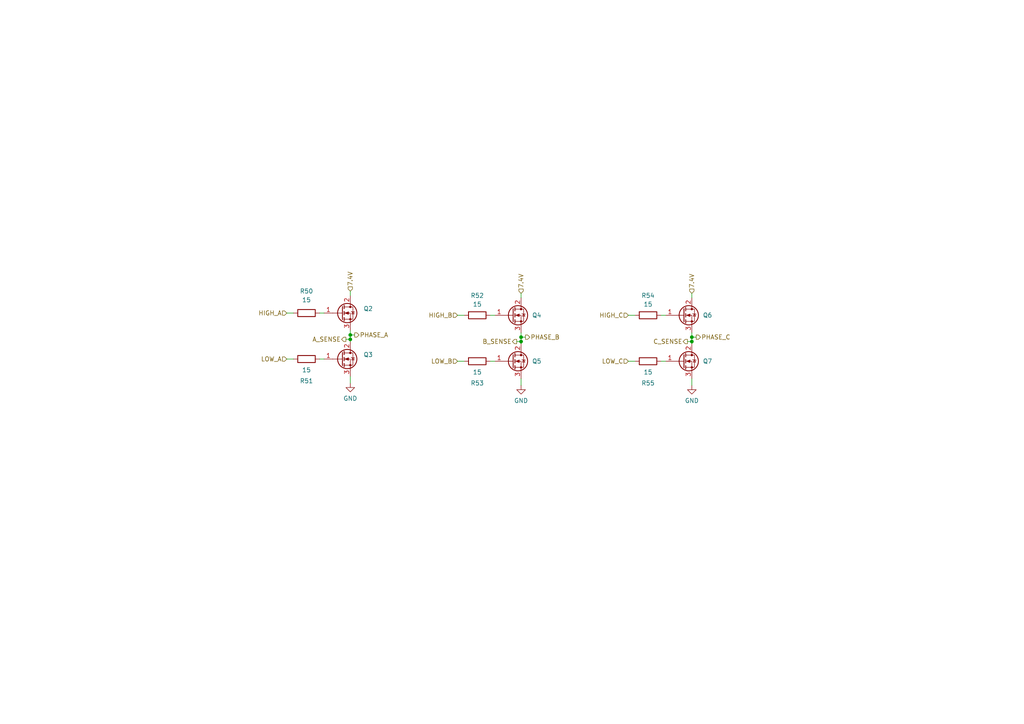
<source format=kicad_sch>
(kicad_sch (version 20230121) (generator eeschema)
  (paper "A4")
  (lib_symbols
    (symbol "Device:Q_NMOS_GDS" (pin_names (offset 0) hide)
      (property "Reference" "Q" (at 5.08 1.27 0))
      (property "Value" "Q_NMOS_GDS" (at 5.08 -1.27 0))
      (symbol "Q_NMOS_GDS_0_1"
        (polyline (pts (xy 0.254 0) (xy -2.54 0)))
        (polyline (pts (xy 0.254 1.905) (xy 0.254 -1.905)) (stroke (width 0.254)))
        (polyline (pts (xy 0.762 -1.27) (xy 0.762 -2.286)) (stroke (width 0.254)))
        (polyline (pts (xy 0.762 0.508) (xy 0.762 -0.508)) (stroke (width 0.254)))
        (polyline (pts (xy 0.762 2.286) (xy 0.762 1.27)) (stroke (width 0.254)))
        (polyline (pts (xy 2.54 2.54) (xy 2.54 1.778)))
        (polyline (pts (xy 2.54 -2.54) (xy 2.54 0) (xy 0.762 0)))
        (polyline (pts (xy 0.762 -1.778) (xy 3.302 -1.778) (xy 3.302 1.778) (xy 0.762 1.778)))
        (polyline (pts (xy 1.016 0) (xy 2.032 0.381) (xy 2.032 -0.381) (xy 1.016 0)) (fill (type outline)))
        (polyline (pts (xy 2.794 0.508) (xy 2.921 0.381) (xy 3.683 0.381) (xy 3.81 0.254)))
        (polyline (pts (xy 3.302 0.381) (xy 2.921 -0.254) (xy 3.683 -0.254) (xy 3.302 0.381)))
        (circle (center 1.651 0) (radius 2.794) (stroke (width 0.254)))
        (circle (center 2.54 -1.778) (radius 0.254) (fill (type outline)))
        (circle (center 2.54 1.778) (radius 0.254) (fill (type outline)))
      )
      (symbol "Q_NMOS_GDS_1_1"
        (pin input line (at -5.08 0 0) (length 2.54) (name "G") (number "1"))
        (pin passive line (at 2.54 5.08 270) (length 2.54) (name "D") (number "2"))
        (pin passive line (at 2.54 -5.08 90) (length 2.54) (name "S") (number "3"))
      )
    )
    (symbol "Device:R" (pin_numbers hide) (pin_names (offset 0))
      (property "Reference" "R" (at 2.032 0 90))
      (property "Value" "R" (at 0 0 90))
      (symbol "R_0_1"
        (rectangle (start -1.016 -2.54) (end 1.016 2.54) (stroke (width 0.254)))
      )
      (symbol "R_1_1"
        (pin passive line (at 0 3.81 270) (length 1.27) (name "~") (number "1"))
        (pin passive line (at 0 -3.81 90) (length 1.27) (name "~") (number "2"))
      )
    )
    (symbol "power:GND" (power) (pin_names (offset 0))
      (property "Value" "GND" (at 0 -3.81 0))
      (symbol "GND_0_1"
        (polyline (pts (xy 0 0) (xy 0 -1.27) (xy 1.27 -1.27) (xy 0 -2.54) (xy -1.27 -1.27) (xy 0 -1.27)))
      )
      (symbol "GND_1_1"
        (pin power_in line (at 0 0 270) (length 0) hide (name "GND") (number "1"))
      )
    )
  )
  (junction (at 101.6 98.425))
  (junction (at 101.6 97.155))
  (junction (at 151.13 97.79))
  (junction (at 200.66 99.06))
  (junction (at 151.13 99.06))
  (junction (at 200.66 97.79))
  (wire (pts (xy 200.66 109.855) (xy 200.66 111.76)))
  (wire (pts (xy 101.6 97.155) (xy 101.6 98.425)))
  (wire (pts (xy 142.24 104.775) (xy 143.51 104.775)))
  (wire (pts (xy 151.13 96.52) (xy 151.13 97.79)))
  (wire (pts (xy 151.13 97.79) (xy 151.13 99.06)))
  (wire (pts (xy 83.185 90.805) (xy 85.09 90.805)))
  (wire (pts (xy 191.77 91.44) (xy 193.04 91.44)))
  (wire (pts (xy 200.66 97.79) (xy 200.66 99.06)))
  (wire (pts (xy 151.13 97.79) (xy 152.4 97.79)))
  (wire (pts (xy 149.86 99.06) (xy 151.13 99.06)))
  (wire (pts (xy 200.66 96.52) (xy 200.66 97.79)))
  (wire (pts (xy 92.71 90.805) (xy 93.98 90.805)))
  (wire (pts (xy 92.71 104.14) (xy 93.98 104.14)))
  (wire (pts (xy 100.33 98.425) (xy 101.6 98.425)))
  (wire (pts (xy 132.715 91.44) (xy 134.62 91.44)))
  (wire (pts (xy 182.245 91.44) (xy 184.15 91.44)))
  (wire (pts (xy 101.6 98.425) (xy 101.6 99.06)))
  (wire (pts (xy 132.715 104.775) (xy 134.62 104.775)))
  (wire (pts (xy 101.6 95.885) (xy 101.6 97.155)))
  (wire (pts (xy 151.13 109.855) (xy 151.13 111.76)))
  (wire (pts (xy 101.6 109.22) (xy 101.6 111.125)))
  (wire (pts (xy 83.185 104.14) (xy 85.09 104.14)))
  (wire (pts (xy 200.66 99.06) (xy 200.66 99.695)))
  (wire (pts (xy 142.24 91.44) (xy 143.51 91.44)))
  (wire (pts (xy 101.6 84.455) (xy 101.6 85.725)))
  (wire (pts (xy 182.245 104.775) (xy 184.15 104.775)))
  (wire (pts (xy 101.6 97.155) (xy 102.87 97.155)))
  (wire (pts (xy 151.13 85.09) (xy 151.13 86.36)))
  (wire (pts (xy 200.66 97.79) (xy 201.93 97.79)))
  (wire (pts (xy 151.13 99.06) (xy 151.13 99.695)))
  (wire (pts (xy 199.39 99.06) (xy 200.66 99.06)))
  (wire (pts (xy 200.66 85.09) (xy 200.66 86.36)))
  (wire (pts (xy 191.77 104.775) (xy 193.04 104.775)))
  (hierarchical_label "PHASE_C" (shape output) (at 201.93 97.79 0))
  (hierarchical_label "HIGH_C" (shape input) (at 182.245 91.44 180))
  (hierarchical_label "A_SENSE" (shape output) (at 100.33 98.425 180))
  (hierarchical_label "7.4V" (shape input) (at 101.6 84.455 90))
  (hierarchical_label "LOW_B" (shape input) (at 132.715 104.775 180))
  (hierarchical_label "LOW_A" (shape input) (at 83.185 104.14 180))
  (hierarchical_label "7.4V" (shape input) (at 151.13 85.09 90))
  (hierarchical_label "7.4V" (shape input) (at 200.66 85.09 90))
  (hierarchical_label "HIGH_A" (shape input) (at 83.185 90.805 180))
  (hierarchical_label "PHASE_A" (shape output) (at 102.87 97.155 0))
  (hierarchical_label "B_SENSE" (shape output) (at 149.86 99.06 180))
  (hierarchical_label "LOW_C" (shape input) (at 182.245 104.775 180))
  (hierarchical_label "HIGH_B" (shape input) (at 132.715 91.44 180))
  (hierarchical_label "PHASE_B" (shape output) (at 152.4 97.79 0))
  (hierarchical_label "C_SENSE" (shape output) (at 199.39 99.06 180))
  (symbol (lib_id "power:GND") (at 101.6 111.125 0) (unit 1)
    (property "Reference" "#PWR031" (effects hide))
    (property "Value" "GND" (at 101.6 115.57 0))
  )
  (symbol (lib_id "Device:Q_NMOS_GDS") (at 99.06 90.805 0) (unit 1)
    (property "Reference" "Q2" (at 105.41 89.535 0) (effects (justify left)))
    (property "Value" "Q_NMOS_GDS" (effects hide))
    (property "Footprint" "Peripheral_Footprints_Rev1:TO252-3" (effects hide))
    (property "Datasheet" "https://www.infineon.com/dgdl/Infineon-IPD135N03LG-DataSheet-v02_02-EN.pdf?fileId=db3a304327b897500127b8b9540f0003" (effects hide))
  )
  (symbol (lib_id "Device:Q_NMOS_GDS") (at 198.12 104.775 0) (unit 1)
    (property "Reference" "Q7" (at 203.835 104.775 0) (effects (justify left)))
    (property "Value" "Q_NMOS_GDS" (effects hide))
    (property "Footprint" "Peripheral_Footprints_Rev1:TO252-3" (effects hide))
    (property "Datasheet" "https://www.infineon.com/dgdl/Infineon-IPD135N03LG-DataSheet-v02_02-EN.pdf?fileId=db3a304327b897500127b8b9540f0003" (effects hide))
  )
  (symbol (lib_id "Device:R") (at 187.96 91.44 90) (unit 1)
    (property "Reference" "R54" (at 187.96 85.725 90))
    (property "Value" "15" (at 187.96 88.265 90))
    (property "Footprint" "Resistor_SMD:R_1206_3216Metric" (effects hide))
  )
  (symbol (lib_id "Device:R") (at 138.43 104.775 90) (unit 1)
    (property "Reference" "R53" (at 138.43 111.125 90))
    (property "Value" "15" (at 138.43 107.95 90))
    (property "Footprint" "Resistor_SMD:R_1206_3216Metric" (effects hide))
  )
  (symbol (lib_id "power:GND") (at 200.66 111.76 0) (unit 1)
    (property "Reference" "#PWR033" (effects hide))
    (property "Value" "GND" (at 200.66 116.205 0))
  )
  (symbol (lib_id "power:GND") (at 151.13 111.76 0) (unit 1)
    (property "Reference" "#PWR032" (effects hide))
    (property "Value" "GND" (at 151.13 116.205 0))
  )
  (symbol (lib_id "Device:Q_NMOS_GDS") (at 99.06 104.14 0) (unit 1)
    (property "Reference" "Q3" (at 105.41 102.87 0) (effects (justify left)))
    (property "Value" "Q_NMOS_GDS" (effects hide))
    (property "Footprint" "Peripheral_Footprints_Rev1:TO252-3" (effects hide))
    (property "Datasheet" "https://www.infineon.com/dgdl/Infineon-IPD135N03LG-DataSheet-v02_02-EN.pdf?fileId=db3a304327b897500127b8b9540f0003" (effects hide))
  )
  (symbol (lib_id "Device:Q_NMOS_GDS") (at 198.12 91.44 0) (unit 1)
    (property "Reference" "Q6" (at 203.835 91.44 0) (effects (justify left)))
    (property "Value" "Q_NMOS_GDS" (effects hide))
    (property "Footprint" "Peripheral_Footprints_Rev1:TO252-3" (effects hide))
    (property "Datasheet" "https://www.infineon.com/dgdl/Infineon-IPD135N03LG-DataSheet-v02_02-EN.pdf?fileId=db3a304327b897500127b8b9540f0003" (effects hide))
  )
  (symbol (lib_id "Device:R") (at 187.96 104.775 90) (unit 1)
    (property "Reference" "R55" (at 187.96 111.125 90))
    (property "Value" "15" (at 187.96 107.95 90))
    (property "Footprint" "Resistor_SMD:R_1206_3216Metric" (effects hide))
  )
  (symbol (lib_id "Device:R") (at 138.43 91.44 90) (unit 1)
    (property "Reference" "R52" (at 138.43 85.725 90))
    (property "Value" "15" (at 138.43 88.265 90))
    (property "Footprint" "Resistor_SMD:R_1206_3216Metric" (effects hide))
  )
  (symbol (lib_id "Device:Q_NMOS_GDS") (at 148.59 104.775 0) (unit 1)
    (property "Reference" "Q5" (at 154.305 104.775 0) (effects (justify left)))
    (property "Value" "Q_NMOS_GDS" (effects hide))
    (property "Footprint" "Peripheral_Footprints_Rev1:TO252-3" (effects hide))
    (property "Datasheet" "https://www.infineon.com/dgdl/Infineon-IPD135N03LG-DataSheet-v02_02-EN.pdf?fileId=db3a304327b897500127b8b9540f0003" (effects hide))
  )
  (symbol (lib_id "Device:Q_NMOS_GDS") (at 148.59 91.44 0) (unit 1)
    (property "Reference" "Q4" (at 154.305 91.44 0) (effects (justify left)))
    (property "Value" "Q_NMOS_GDS" (effects hide))
    (property "Footprint" "Peripheral_Footprints_Rev1:TO252-3" (effects hide))
    (property "Datasheet" "https://www.infineon.com/dgdl/Infineon-IPD135N03LG-DataSheet-v02_02-EN.pdf?fileId=db3a304327b897500127b8b9540f0003" (effects hide))
  )
  (symbol (lib_id "Device:R") (at 88.9 104.14 90) (unit 1)
    (property "Reference" "R51" (at 88.9 110.49 90))
    (property "Value" "15" (at 88.9 107.315 90))
    (property "Footprint" "Resistor_SMD:R_1206_3216Metric" (effects hide))
  )
  (symbol (lib_id "Device:R") (at 88.9 90.805 90) (unit 1)
    (property "Reference" "R50" (at 88.9 84.455 90))
    (property "Value" "15" (at 88.9 86.995 90))
    (property "Footprint" "Resistor_SMD:R_1206_3216Metric" (effects hide))
  )
)
</source>
